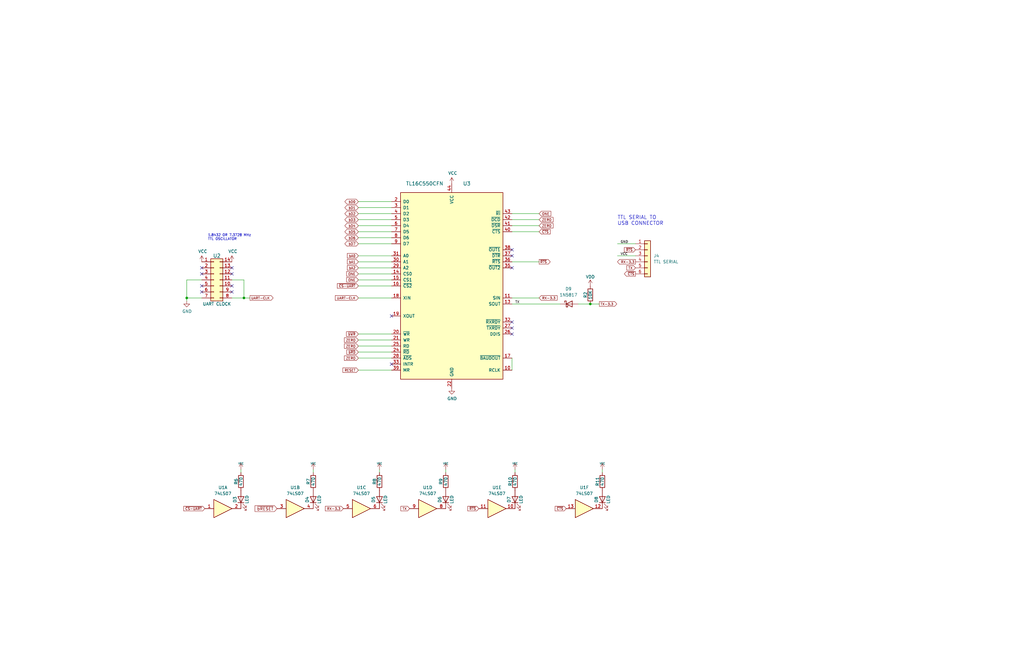
<source format=kicad_sch>
(kicad_sch (version 20211123) (generator eeschema)
  (paper "B")
  (lib_symbols
    (symbol "74xx:74LS07" (pin_names (offset 1.016))
      (property "Reference" "U" (at 0 1.27 0))
      (property "Value" "74LS07" (at 0 -1.27 0))
      (symbol "74LS07_1_0"
        (polyline (pts (xy -3.81 3.81) (xy -3.81 -3.81) (xy 3.81 0) (xy -3.81 3.81)) (stroke (width 0.254)) (fill (type background)))
        (pin input line (at -7.62 0 0) (length 3.81) (name "~") (number "1"))
        (pin open_collector line (at 7.62 0 180) (length 3.81) (name "~") (number "2"))
      )
      (symbol "74LS07_2_0"
        (polyline (pts (xy -3.81 3.81) (xy -3.81 -3.81) (xy 3.81 0) (xy -3.81 3.81)) (stroke (width 0.254)) (fill (type background)))
        (pin input line (at -7.62 0 0) (length 3.81) (name "~") (number "3"))
        (pin open_collector line (at 7.62 0 180) (length 3.81) (name "~") (number "4"))
      )
      (symbol "74LS07_3_0"
        (polyline (pts (xy -3.81 3.81) (xy -3.81 -3.81) (xy 3.81 0) (xy -3.81 3.81)) (stroke (width 0.254)) (fill (type background)))
        (pin input line (at -7.62 0 0) (length 3.81) (name "~") (number "5"))
        (pin open_collector line (at 7.62 0 180) (length 3.81) (name "~") (number "6"))
      )
      (symbol "74LS07_4_0"
        (polyline (pts (xy -3.81 3.81) (xy -3.81 -3.81) (xy 3.81 0) (xy -3.81 3.81)) (stroke (width 0.254)) (fill (type background)))
        (pin open_collector line (at 7.62 0 180) (length 3.81) (name "~") (number "8"))
        (pin input line (at -7.62 0 0) (length 3.81) (name "~") (number "9"))
      )
      (symbol "74LS07_5_0"
        (polyline (pts (xy -3.81 3.81) (xy -3.81 -3.81) (xy 3.81 0) (xy -3.81 3.81)) (stroke (width 0.254)) (fill (type background)))
        (pin open_collector line (at 7.62 0 180) (length 3.81) (name "~") (number "10"))
        (pin input line (at -7.62 0 0) (length 3.81) (name "~") (number "11"))
      )
      (symbol "74LS07_6_0"
        (polyline (pts (xy -3.81 3.81) (xy -3.81 -3.81) (xy 3.81 0) (xy -3.81 3.81)) (stroke (width 0.254)) (fill (type background)))
        (pin open_collector line (at 7.62 0 180) (length 3.81) (name "~") (number "12"))
        (pin input line (at -7.62 0 0) (length 3.81) (name "~") (number "13"))
      )
      (symbol "74LS07_7_0"
        (pin power_in line (at 0 12.7 270) (length 5.08) (name "VCC") (number "14"))
        (pin power_in line (at 0 -12.7 90) (length 5.08) (name "GND") (number "7"))
      )
      (symbol "74LS07_7_1"
        (rectangle (start -5.08 7.62) (end 5.08 -7.62) (stroke (width 0.254)) (fill (type background)))
      )
    )
    (symbol "Connector_Generic:Conn_01x06" (pin_names (offset 1.016) hide)
      (property "Reference" "J" (at 0 7.62 0))
      (property "Value" "Conn_01x06" (at 0 -10.16 0))
      (symbol "Conn_01x06_1_1"
        (rectangle (start -1.27 -7.493) (end 0 -7.747) (stroke (width 0.1524)))
        (rectangle (start -1.27 -4.953) (end 0 -5.207) (stroke (width 0.1524)))
        (rectangle (start -1.27 -2.413) (end 0 -2.667) (stroke (width 0.1524)))
        (rectangle (start -1.27 0.127) (end 0 -0.127) (stroke (width 0.1524)))
        (rectangle (start -1.27 2.667) (end 0 2.413) (stroke (width 0.1524)))
        (rectangle (start -1.27 5.207) (end 0 4.953) (stroke (width 0.1524)))
        (rectangle (start -1.27 6.35) (end 1.27 -8.89) (stroke (width 0.254)) (fill (type background)))
        (pin passive line (at -5.08 5.08 0) (length 3.81) (name "Pin_1") (number "1"))
        (pin passive line (at -5.08 2.54 0) (length 3.81) (name "Pin_2") (number "2"))
        (pin passive line (at -5.08 0 0) (length 3.81) (name "Pin_3") (number "3"))
        (pin passive line (at -5.08 -2.54 0) (length 3.81) (name "Pin_4") (number "4"))
        (pin passive line (at -5.08 -5.08 0) (length 3.81) (name "Pin_5") (number "5"))
        (pin passive line (at -5.08 -7.62 0) (length 3.81) (name "Pin_6") (number "6"))
      )
    )
    (symbol "Connector_Generic:Conn_02x07_Counter_Clockwise" (pin_names (offset 1.016) hide)
      (property "Reference" "J" (at 1.27 10.16 0))
      (property "Value" "Conn_02x07_Counter_Clockwise" (at 1.27 -10.16 0))
      (symbol "Conn_02x07_Counter_Clockwise_1_1"
        (rectangle (start -1.27 -7.493) (end 0 -7.747) (stroke (width 0.1524)))
        (rectangle (start -1.27 -4.953) (end 0 -5.207) (stroke (width 0.1524)))
        (rectangle (start -1.27 -2.413) (end 0 -2.667) (stroke (width 0.1524)))
        (rectangle (start -1.27 0.127) (end 0 -0.127) (stroke (width 0.1524)))
        (rectangle (start -1.27 2.667) (end 0 2.413) (stroke (width 0.1524)))
        (rectangle (start -1.27 5.207) (end 0 4.953) (stroke (width 0.1524)))
        (rectangle (start -1.27 7.747) (end 0 7.493) (stroke (width 0.1524)))
        (rectangle (start -1.27 8.89) (end 3.81 -8.89) (stroke (width 0.254)) (fill (type background)))
        (rectangle (start 3.81 -7.493) (end 2.54 -7.747) (stroke (width 0.1524)))
        (rectangle (start 3.81 -4.953) (end 2.54 -5.207) (stroke (width 0.1524)))
        (rectangle (start 3.81 -2.413) (end 2.54 -2.667) (stroke (width 0.1524)))
        (rectangle (start 3.81 0.127) (end 2.54 -0.127) (stroke (width 0.1524)))
        (rectangle (start 3.81 2.667) (end 2.54 2.413) (stroke (width 0.1524)))
        (rectangle (start 3.81 5.207) (end 2.54 4.953) (stroke (width 0.1524)))
        (rectangle (start 3.81 7.747) (end 2.54 7.493) (stroke (width 0.1524)))
        (pin passive line (at -5.08 7.62 0) (length 3.81) (name "Pin_1") (number "1"))
        (pin passive line (at 7.62 -2.54 180) (length 3.81) (name "Pin_10") (number "10"))
        (pin passive line (at 7.62 0 180) (length 3.81) (name "Pin_11") (number "11"))
        (pin passive line (at 7.62 2.54 180) (length 3.81) (name "Pin_12") (number "12"))
        (pin passive line (at 7.62 5.08 180) (length 3.81) (name "Pin_13") (number "13"))
        (pin passive line (at 7.62 7.62 180) (length 3.81) (name "Pin_14") (number "14"))
        (pin passive line (at -5.08 5.08 0) (length 3.81) (name "Pin_2") (number "2"))
        (pin passive line (at -5.08 2.54 0) (length 3.81) (name "Pin_3") (number "3"))
        (pin passive line (at -5.08 0 0) (length 3.81) (name "Pin_4") (number "4"))
        (pin passive line (at -5.08 -2.54 0) (length 3.81) (name "Pin_5") (number "5"))
        (pin passive line (at -5.08 -5.08 0) (length 3.81) (name "Pin_6") (number "6"))
        (pin passive line (at -5.08 -7.62 0) (length 3.81) (name "Pin_7") (number "7"))
        (pin passive line (at 7.62 -7.62 180) (length 3.81) (name "Pin_8") (number "8"))
        (pin passive line (at 7.62 -5.08 180) (length 3.81) (name "Pin_9") (number "9"))
      )
    )
    (symbol "Device:LED" (pin_numbers hide) (pin_names (offset 1.016) hide)
      (property "Reference" "D" (at 0 2.54 0))
      (property "Value" "LED" (at 0 -2.54 0))
      (symbol "LED_0_1"
        (polyline (pts (xy -1.27 -1.27) (xy -1.27 1.27)) (stroke (width 0.254)))
        (polyline (pts (xy -1.27 0) (xy 1.27 0)))
        (polyline (pts (xy 1.27 -1.27) (xy 1.27 1.27) (xy -1.27 0) (xy 1.27 -1.27)) (stroke (width 0.254)))
        (polyline (pts (xy -3.048 -0.762) (xy -4.572 -2.286) (xy -3.81 -2.286) (xy -4.572 -2.286) (xy -4.572 -1.524)))
        (polyline (pts (xy -1.778 -0.762) (xy -3.302 -2.286) (xy -2.54 -2.286) (xy -3.302 -2.286) (xy -3.302 -1.524)))
      )
      (symbol "LED_1_1"
        (pin passive line (at -3.81 0 0) (length 2.54) (name "K") (number "1"))
        (pin passive line (at 3.81 0 180) (length 2.54) (name "A") (number "2"))
      )
    )
    (symbol "Device:R" (pin_numbers hide) (pin_names (offset 0))
      (property "Reference" "R" (at 2.032 0 90))
      (property "Value" "R" (at 0 0 90))
      (symbol "R_0_1"
        (rectangle (start -1.016 -2.54) (end 1.016 2.54) (stroke (width 0.254)))
      )
      (symbol "R_1_1"
        (pin passive line (at 0 3.81 270) (length 1.27) (name "~") (number "1"))
        (pin passive line (at 0 -3.81 90) (length 1.27) (name "~") (number "2"))
      )
    )
    (symbol "Diode:1N5817" (pin_numbers hide) (pin_names (offset 1.016) hide)
      (property "Reference" "D" (at 0 2.54 0))
      (property "Value" "1N5817" (at 0 -2.54 0))
      (symbol "1N5817_0_1"
        (polyline (pts (xy 1.27 0) (xy -1.27 0)))
        (polyline (pts (xy 1.27 1.27) (xy 1.27 -1.27) (xy -1.27 0) (xy 1.27 1.27)) (stroke (width 0.254)))
        (polyline (pts (xy -1.905 0.635) (xy -1.905 1.27) (xy -1.27 1.27) (xy -1.27 -1.27) (xy -0.635 -1.27) (xy -0.635 -0.635)) (stroke (width 0.254)))
      )
      (symbol "1N5817_1_1"
        (pin passive line (at -3.81 0 0) (length 2.54) (name "K") (number "1"))
        (pin passive line (at 3.81 0 180) (length 2.54) (name "A") (number "2"))
      )
    )
    (symbol "TL16C550CFN:TL16C550CFN-Interface_UART" (pin_names (offset 1.016))
      (property "Reference" "U14" (at 6.35 43.18 0))
      (property "Value" "TL16C550CFN-Interface_UART" (at -11.43 43.18 0))
      (symbol "TL16C550CFN-Interface_UART_1_1"
        (rectangle (start -21.59 -39.37) (end 21.59 39.37) (stroke (width 0.254)) (fill (type background)))
        (pin no_connect line (at -13.97 -44.45 90) (length 5.08) hide (name "nc") (number "1"))
        (pin input line (at 25.4 -35.56 180) (length 3.81) (name "RCLK") (number "10"))
        (pin input line (at 25.4 -5.08 180) (length 3.81) (name "SIN") (number "11"))
        (pin no_connect line (at -11.43 -44.45 90) (length 5.08) hide (name "nc") (number "12"))
        (pin output line (at 25.4 -7.62 180) (length 3.81) (name "SOUT") (number "13"))
        (pin input line (at -25.4 5.08 0) (length 3.81) (name "CS0") (number "14"))
        (pin input line (at -25.4 2.54 0) (length 3.81) (name "CS1") (number "15"))
        (pin input line (at -25.4 0 0) (length 3.81) (name "~{CS2}") (number "16"))
        (pin output line (at 25.4 -30.48 180) (length 3.81) (name "~{BAUDOUT}") (number "17"))
        (pin input line (at -25.4 -5.08 0) (length 3.81) (name "XIN") (number "18"))
        (pin output line (at -25.4 -12.7 0) (length 3.81) (name "XOUT") (number "19"))
        (pin bidirectional line (at -25.4 35.56 0) (length 3.81) (name "D0") (number "2"))
        (pin input line (at -25.4 -20.32 0) (length 3.81) (name "~{WR}") (number "20"))
        (pin input line (at -25.4 -22.86 0) (length 3.81) (name "WR") (number "21"))
        (pin power_in line (at 0 -43.18 90) (length 3.81) (name "GND") (number "22"))
        (pin no_connect line (at -8.89 -44.45 90) (length 5.08) hide (name "nc") (number "23"))
        (pin input line (at -25.4 -27.94 0) (length 3.81) (name "~{RD}") (number "24"))
        (pin input line (at -25.4 -25.4 0) (length 3.81) (name "RD") (number "25"))
        (pin output line (at 25.4 -20.32 180) (length 3.81) (name "DDIS") (number "26"))
        (pin output line (at 25.4 -17.78 180) (length 3.81) (name "~{TXRDY}") (number "27"))
        (pin input line (at -25.4 -30.48 0) (length 3.81) (name "~{ADS}") (number "28"))
        (pin input line (at -25.4 7.62 0) (length 3.81) (name "A2") (number "29"))
        (pin bidirectional line (at -25.4 33.02 0) (length 3.81) (name "D1") (number "3"))
        (pin input line (at -25.4 10.16 0) (length 3.81) (name "A1") (number "30"))
        (pin input line (at -25.4 12.7 0) (length 3.81) (name "A0") (number "31"))
        (pin output line (at 25.4 -15.24 180) (length 3.81) (name "~{RXRDY}") (number "32"))
        (pin output line (at -25.4 -33.02 0) (length 3.81) (name "INTR") (number "33"))
        (pin no_connect line (at -6.35 -44.45 90) (length 5.08) hide (name "nc") (number "34"))
        (pin output line (at 25.4 7.62 180) (length 3.81) (name "~{OUT2}") (number "35"))
        (pin output line (at 25.4 10.16 180) (length 3.81) (name "~{RTS}") (number "36"))
        (pin output line (at 25.4 12.7 180) (length 3.81) (name "~{DTR}") (number "37"))
        (pin output line (at 25.4 15.24 180) (length 3.81) (name "~{OUT1}") (number "38"))
        (pin input line (at -25.4 -35.56 0) (length 3.81) (name "MR") (number "39"))
        (pin bidirectional line (at -25.4 30.48 0) (length 3.81) (name "D2") (number "4"))
        (pin input line (at 25.4 22.86 180) (length 3.81) (name "~{CTS}") (number "40"))
        (pin input line (at 25.4 25.4 180) (length 3.81) (name "~{DSR}") (number "41"))
        (pin input line (at 25.4 27.94 180) (length 3.81) (name "~{DCD}") (number "42"))
        (pin input line (at 25.4 30.48 180) (length 3.81) (name "~{RI}") (number "43"))
        (pin power_in line (at 0 43.18 270) (length 3.81) (name "VCC") (number "44"))
        (pin bidirectional line (at -25.4 27.94 0) (length 3.81) (name "D3") (number "5"))
        (pin bidirectional line (at -25.4 25.4 0) (length 3.81) (name "D4") (number "6"))
        (pin bidirectional line (at -25.4 22.86 0) (length 3.81) (name "D5") (number "7"))
        (pin bidirectional line (at -25.4 20.32 0) (length 3.81) (name "D6") (number "8"))
        (pin bidirectional line (at -25.4 17.78 0) (length 3.81) (name "D7") (number "9"))
      )
    )
    (symbol "power:GND" (power) (pin_names (offset 0))
      (property "Value" "GND" (at 0 -3.81 0))
      (symbol "GND_0_1"
        (polyline (pts (xy 0 0) (xy 0 -1.27) (xy 1.27 -1.27) (xy 0 -2.54) (xy -1.27 -1.27) (xy 0 -1.27)))
      )
      (symbol "GND_1_1"
        (pin power_in line (at 0 0 270) (length 0) hide (name "GND") (number "1"))
      )
    )
    (symbol "power:VCC" (power) (pin_names (offset 0))
      (property "Value" "VCC" (at 0 3.81 0))
      (symbol "VCC_0_1"
        (polyline (pts (xy -0.762 1.27) (xy 0 2.54)))
        (polyline (pts (xy 0 0) (xy 0 2.54)))
        (polyline (pts (xy 0 2.54) (xy 0.762 1.27)))
      )
      (symbol "VCC_1_1"
        (pin power_in line (at 0 0 90) (length 0) hide (name "VCC") (number "1"))
      )
    )
    (symbol "power:VDD" (power) (pin_names (offset 0))
      (property "Value" "VDD" (at 0 3.81 0))
      (symbol "VDD_0_1"
        (polyline (pts (xy -0.762 1.27) (xy 0 2.54)))
        (polyline (pts (xy 0 0) (xy 0 2.54)))
        (polyline (pts (xy 0 2.54) (xy 0.762 1.27)))
      )
      (symbol "VDD_1_1"
        (pin power_in line (at 0 0 90) (length 0) hide (name "VDD") (number "1"))
      )
    )
  )
  (junction (at 78.74 125.73))
  (junction (at 248.92 128.27))
  (junction (at 102.87 125.73))
  (no_connect (at 97.79 115.57))
  (no_connect (at 165.1 153.67))
  (no_connect (at 85.09 120.65))
  (no_connect (at 215.9 107.95))
  (no_connect (at 215.9 105.41))
  (no_connect (at 97.79 123.19))
  (no_connect (at 165.1 133.35))
  (no_connect (at 85.09 123.19))
  (no_connect (at 215.9 113.03))
  (no_connect (at 215.9 140.97))
  (no_connect (at 85.09 115.57))
  (no_connect (at 97.79 120.65))
  (no_connect (at 97.79 113.03))
  (no_connect (at 215.9 138.43))
  (no_connect (at 85.09 113.03))
  (no_connect (at 215.9 135.89))
  (wire (pts (xy 165.1 151.13) (xy 151.13 151.13)))
  (wire (pts (xy 78.74 118.11) (xy 78.74 125.73)))
  (wire (pts (xy 151.13 87.63) (xy 165.1 87.63)))
  (wire (pts (xy 85.09 118.11) (xy 78.74 118.11)))
  (wire (pts (xy 227.33 97.79) (xy 215.9 97.79)))
  (wire (pts (xy 187.96 199.39) (xy 187.96 198.12)))
  (wire (pts (xy 215.9 95.25) (xy 227.33 95.25)))
  (wire (pts (xy 215.9 128.27) (xy 236.22 128.27)))
  (wire (pts (xy 78.74 127) (xy 78.74 125.73)))
  (wire (pts (xy 260.35 107.95) (xy 267.97 107.95)))
  (wire (pts (xy 151.13 100.33) (xy 165.1 100.33)))
  (wire (pts (xy 254 199.39) (xy 254 198.12)))
  (wire (pts (xy 165.1 146.05) (xy 151.13 146.05)))
  (wire (pts (xy 102.87 125.73) (xy 105.41 125.73)))
  (wire (pts (xy 243.84 128.27) (xy 248.92 128.27)))
  (wire (pts (xy 160.02 199.39) (xy 160.02 198.12)))
  (wire (pts (xy 78.74 125.73) (xy 85.09 125.73)))
  (wire (pts (xy 165.1 120.65) (xy 151.13 120.65)))
  (wire (pts (xy 165.1 113.03) (xy 151.13 113.03)))
  (wire (pts (xy 102.87 118.11) (xy 102.87 125.73)))
  (wire (pts (xy 165.1 156.21) (xy 151.13 156.21)))
  (wire (pts (xy 151.13 92.71) (xy 165.1 92.71)))
  (wire (pts (xy 165.1 143.51) (xy 151.13 143.51)))
  (wire (pts (xy 165.1 115.57) (xy 151.13 115.57)))
  (wire (pts (xy 132.08 199.39) (xy 132.08 198.12)))
  (wire (pts (xy 151.13 90.17) (xy 165.1 90.17)))
  (wire (pts (xy 165.1 140.97) (xy 151.13 140.97)))
  (wire (pts (xy 215.9 90.17) (xy 227.33 90.17)))
  (wire (pts (xy 227.33 110.49) (xy 215.9 110.49)))
  (wire (pts (xy 151.13 85.09) (xy 165.1 85.09)))
  (wire (pts (xy 102.87 125.73) (xy 97.79 125.73)))
  (wire (pts (xy 165.1 118.11) (xy 151.13 118.11)))
  (wire (pts (xy 97.79 118.11) (xy 102.87 118.11)))
  (wire (pts (xy 215.9 92.71) (xy 227.33 92.71)))
  (wire (pts (xy 101.6 199.39) (xy 101.6 198.12)))
  (wire (pts (xy 260.35 102.87) (xy 267.97 102.87)))
  (wire (pts (xy 165.1 110.49) (xy 151.13 110.49)))
  (wire (pts (xy 248.92 128.27) (xy 252.73 128.27)))
  (wire (pts (xy 151.13 95.25) (xy 165.1 95.25)))
  (wire (pts (xy 217.17 199.39) (xy 217.17 198.12)))
  (wire (pts (xy 165.1 148.59) (xy 151.13 148.59)))
  (wire (pts (xy 165.1 125.73) (xy 151.13 125.73)))
  (wire (pts (xy 151.13 102.87) (xy 165.1 102.87)))
  (wire (pts (xy 151.13 97.79) (xy 165.1 97.79)))
  (wire (pts (xy 227.33 125.73) (xy 215.9 125.73)))
  (wire (pts (xy 215.9 156.21) (xy 215.9 151.13)))
  (wire (pts (xy 165.1 107.95) (xy 151.13 107.95)))
  (text "TTL SERIAL TO \nUSB CONNECTOR" (at 260.35 95.25 0) (effects (font (size 1.524 1.524)) (justify left bottom)))
  (text "1.8432 OR 7.3728 MHz\nTTL OSCILLATOR" (at 87.63 101.6 0) (effects (font (size 1.016 1.016)) (justify left bottom)))
  (label "VCC" (at 261.62 107.95 0) (effects (font (size 1.016 1.016))))
  (label "GND" (at 261.62 102.87 0) (effects (font (size 1.016 1.016))))
  (label "TX" (at 217.17 128.27 0) (effects (font (size 1.016 1.016))))
  (global_label "bA0" (shape input) (at 151.13 107.95 180) (effects (font (size 1.016 1.016))) (property "Intersheet References" "${INTERSHEET_REFS}" (effects hide)))
  (global_label "bD1" (shape bidirectional) (at 151.13 87.63 180) (effects (font (size 1.016 1.016))) (property "Intersheet References" "${INTERSHEET_REFS}" (effects hide)))
  (global_label "~{CTS}" (shape input) (at 227.33 97.79 0) (effects (font (size 1.016 1.016))) (property "Intersheet References" "${INTERSHEET_REFS}" (effects hide)))
  (global_label "TX" (shape input) (at 172.72 214.63 180) (effects (font (size 1.016 1.016))) (property "Intersheet References" "${INTERSHEET_REFS}" (effects hide)))
  (global_label "bD6" (shape bidirectional) (at 151.13 100.33 180) (effects (font (size 1.016 1.016))) (property "Intersheet References" "${INTERSHEET_REFS}" (effects hide)))
  (global_label "ZERO" (shape input) (at 151.13 151.13 180) (effects (font (size 1.016 1.016))) (property "Intersheet References" "${INTERSHEET_REFS}" (effects hide)))
  (global_label "ONE" (shape input) (at 151.13 115.57 180) (effects (font (size 1.016 1.016))) (property "Intersheet References" "${INTERSHEET_REFS}" (effects hide)))
  (global_label "~{CTS}" (shape output) (at 267.97 115.57 180) (effects (font (size 1.016 1.016))) (property "Intersheet References" "${INTERSHEET_REFS}" (effects hide)))
  (global_label "ZERO" (shape input) (at 227.33 92.71 0) (effects (font (size 1.016 1.016))) (property "Intersheet References" "${INTERSHEET_REFS}" (effects hide)))
  (global_label "RX-3.3" (shape input) (at 144.78 214.63 180) (effects (font (size 1.016 1.016))) (property "Intersheet References" "${INTERSHEET_REFS}" (effects hide)))
  (global_label "bD3" (shape bidirectional) (at 151.13 92.71 180) (effects (font (size 1.016 1.016))) (property "Intersheet References" "${INTERSHEET_REFS}" (effects hide)))
  (global_label "ZERO" (shape input) (at 151.13 146.05 180) (effects (font (size 1.016 1.016))) (property "Intersheet References" "${INTERSHEET_REFS}" (effects hide)))
  (global_label "~{CS-UART}" (shape input) (at 86.36 214.63 180) (effects (font (size 1.016 1.016))) (property "Intersheet References" "${INTERSHEET_REFS}" (effects hide)))
  (global_label "ZERO" (shape input) (at 151.13 143.51 180) (effects (font (size 1.016 1.016))) (property "Intersheet References" "${INTERSHEET_REFS}" (effects hide)))
  (global_label "bA2" (shape input) (at 151.13 113.03 180) (effects (font (size 1.016 1.016))) (property "Intersheet References" "${INTERSHEET_REFS}" (effects hide)))
  (global_label "~{RTS}" (shape input) (at 267.97 105.41 180) (effects (font (size 1.016 1.016))) (property "Intersheet References" "${INTERSHEET_REFS}" (effects hide)))
  (global_label "ONE" (shape input) (at 151.13 118.11 180) (effects (font (size 1.016 1.016))) (property "Intersheet References" "${INTERSHEET_REFS}" (effects hide)))
  (global_label "bA1" (shape input) (at 151.13 110.49 180) (effects (font (size 1.016 1.016))) (property "Intersheet References" "${INTERSHEET_REFS}" (effects hide)))
  (global_label "TX" (shape input) (at 267.97 113.03 180) (effects (font (size 1.016 1.016))) (property "Intersheet References" "${INTERSHEET_REFS}" (effects hide)))
  (global_label "RESET" (shape input) (at 151.13 156.21 180) (effects (font (size 1.016 1.016))) (property "Intersheet References" "${INTERSHEET_REFS}" (effects hide)))
  (global_label "UART-CLK" (shape input) (at 151.13 125.73 180) (effects (font (size 1.016 1.016))) (property "Intersheet References" "${INTERSHEET_REFS}" (effects hide)))
  (global_label "bD2" (shape bidirectional) (at 151.13 90.17 180) (effects (font (size 1.016 1.016))) (property "Intersheet References" "${INTERSHEET_REFS}" (effects hide)))
  (global_label "ONE" (shape input) (at 227.33 90.17 0) (effects (font (size 1.016 1.016))) (property "Intersheet References" "${INTERSHEET_REFS}" (effects hide)))
  (global_label "bD7" (shape bidirectional) (at 151.13 102.87 180) (effects (font (size 1.016 1.016))) (property "Intersheet References" "${INTERSHEET_REFS}" (effects hide)))
  (global_label "bD0" (shape bidirectional) (at 151.13 85.09 180) (effects (font (size 1.016 1.016))) (property "Intersheet References" "${INTERSHEET_REFS}" (effects hide)))
  (global_label "~{bWR}" (shape input) (at 151.13 140.97 180) (effects (font (size 1.016 1.016))) (property "Intersheet References" "${INTERSHEET_REFS}" (effects hide)))
  (global_label "TX-3.3" (shape output) (at 252.73 128.27 0) (effects (font (size 1.016 1.016))) (property "Intersheet References" "${INTERSHEET_REFS}" (effects hide)))
  (global_label "~{bRD}" (shape input) (at 151.13 148.59 180) (effects (font (size 1.016 1.016))) (property "Intersheet References" "${INTERSHEET_REFS}" (effects hide)))
  (global_label "RX-3.3" (shape output) (at 267.97 110.49 180) (effects (font (size 1.016 1.016))) (property "Intersheet References" "${INTERSHEET_REFS}" (effects hide)))
  (global_label "UART-CLK" (shape output) (at 105.41 125.73 0) (effects (font (size 1.016 1.016))) (property "Intersheet References" "${INTERSHEET_REFS}" (effects hide)))
  (global_label "~{CS-UART}" (shape input) (at 151.13 120.65 180) (effects (font (size 1.016 1.016))) (property "Intersheet References" "${INTERSHEET_REFS}" (effects hide)))
  (global_label "ZERO" (shape input) (at 227.33 95.25 0) (effects (font (size 1.016 1.016))) (property "Intersheet References" "${INTERSHEET_REFS}" (effects hide)))
  (global_label "bD5" (shape bidirectional) (at 151.13 97.79 180) (effects (font (size 1.016 1.016))) (property "Intersheet References" "${INTERSHEET_REFS}" (effects hide)))
  (global_label "~{RTS}" (shape output) (at 227.33 110.49 0) (effects (font (size 1.016 1.016))) (property "Intersheet References" "${INTERSHEET_REFS}" (effects hide)))
  (global_label "~{CTS}" (shape input) (at 238.76 214.63 180) (effects (font (size 1.016 1.016))) (property "Intersheet References" "${INTERSHEET_REFS}" (effects hide)))
  (global_label "RX-3.3" (shape input) (at 227.33 125.73 0) (effects (font (size 1.016 1.016))) (property "Intersheet References" "${INTERSHEET_REFS}" (effects hide)))
  (global_label "~{RTS}" (shape input) (at 201.93 214.63 180) (effects (font (size 1.016 1.016))) (property "Intersheet References" "${INTERSHEET_REFS}" (effects hide)))
  (global_label "~{bRESET}" (shape input) (at 116.84 214.63 180) (property "Intersheet References" "${INTERSHEET_REFS}" (effects hide)))
  (global_label "bD4" (shape bidirectional) (at 151.13 95.25 180) (effects (font (size 1.016 1.016))) (property "Intersheet References" "${INTERSHEET_REFS}" (effects hide)))
  (symbol (lib_id "TL16C550CFN:TL16C550CFN-Interface_UART") (at 190.5 120.65 0) (unit 1)
    (property "Reference" "U3" (at 196.85 77.47 0) (effects (font (size 1.524 1.524))))
    (property "Value" "TL16C550CFN" (at 179.07 77.47 0) (effects (font (size 1.524 1.524))))
    (property "Footprint" "Package_LCC:PLCC-44_THT-Socket" (effects hide))
  )
  (symbol (lib_id "Connector_Generic:Conn_02x07_Counter_Clockwise") (at 90.17 118.11 0) (unit 1)
    (property "Reference" "U2" (at 91.44 107.95 0) (effects (font (size 1.524 1.524))))
    (property "Value" "UART CLOCK" (at 91.44 128.27 0))
    (property "Footprint" "Package_DIP:DIP-14_W7.62mm_Socket" (effects hide))
  )
  (symbol (lib_id "power:GND") (at 78.74 127 0) (unit 1)
    (property "Reference" "#PWR0103" (effects hide))
    (property "Value" "GND" (at 78.867 131.3942 0))
  )
  (symbol (lib_id "power:VCC") (at 85.09 110.49 0) (unit 1)
    (property "Reference" "#PWR0101" (effects hide))
    (property "Value" "VCC" (at 85.471 106.0958 0))
  )
  (symbol (lib_id "power:VCC") (at 97.79 110.49 0) (unit 1)
    (property "Reference" "#PWR0102" (effects hide))
    (property "Value" "VCC" (at 98.171 106.0958 0))
  )
  (symbol (lib_id "power:VCC") (at 190.5 77.47 0) (unit 1)
    (property "Reference" "#PWR012" (effects hide))
    (property "Value" "VCC" (at 190.881 73.0758 0))
  )
  (symbol (lib_id "power:GND") (at 190.5 163.83 0) (unit 1)
    (property "Reference" "#PWR015" (effects hide))
    (property "Value" "GND" (at 190.627 168.2242 0))
  )
  (symbol (lib_id "Device:R") (at 160.02 203.2 180) (unit 1)
    (property "Reference" "R8" (at 157.988 203.2 90))
    (property "Value" "470" (at 160.02 203.2 90))
    (property "Footprint" "Resistor_THT:R_Axial_DIN0207_L6.3mm_D2.5mm_P7.62mm_Horizontal" (effects hide))
  )
  (symbol (lib_id "74xx:74LS07") (at 124.46 214.63 0) (unit 2)
    (property "Reference" "U1" (at 124.46 205.74 0))
    (property "Value" "74LS07" (at 124.46 208.28 0))
    (property "Footprint" "Package_DIP:DIP-14_W7.62mm_Socket" (effects hide))
    (property "Datasheet" "www.ti.com/lit/ds/symlink/sn74ls07.pdf" (effects hide))
  )
  (symbol (lib_id "power:VCC") (at 254 198.12 0) (unit 1)
    (property "Reference" "#PWR018" (effects hide))
    (property "Value" "VCC" (at 254 195.58 0) (effects (font (size 0.762 0.762))))
  )
  (symbol (lib_id "Device:R") (at 217.17 203.2 180) (unit 1)
    (property "Reference" "R10" (at 215.138 203.2 90))
    (property "Value" "470" (at 217.17 203.2 90))
    (property "Footprint" "Resistor_THT:R_Axial_DIN0207_L6.3mm_D2.5mm_P7.62mm_Horizontal" (effects hide))
  )
  (symbol (lib_id "power:VCC") (at 217.17 198.12 0) (unit 1)
    (property "Reference" "#PWR017" (effects hide))
    (property "Value" "VCC" (at 217.17 195.58 0) (effects (font (size 0.762 0.762))))
  )
  (symbol (lib_id "74xx:74LS07") (at 93.98 214.63 0) (unit 1)
    (property "Reference" "U1" (at 93.98 205.74 0))
    (property "Value" "74LS07" (at 93.98 208.28 0))
    (property "Footprint" "Package_DIP:DIP-14_W7.62mm_Socket" (effects hide))
    (property "Datasheet" "www.ti.com/lit/ds/symlink/sn74ls07.pdf" (effects hide))
  )
  (symbol (lib_id "Device:R") (at 187.96 203.2 180) (unit 1)
    (property "Reference" "R9" (at 185.928 203.2 90))
    (property "Value" "470" (at 187.96 203.2 90))
    (property "Footprint" "Resistor_THT:R_Axial_DIN0207_L6.3mm_D2.5mm_P7.62mm_Horizontal" (effects hide))
  )
  (symbol (lib_id "Device:LED") (at 101.6 210.82 90) (unit 1)
    (property "Reference" "D3" (at 99.06 210.82 0))
    (property "Value" "LED" (at 104.14 210.82 0))
    (property "Footprint" "LED_THT:LED_D3.0mm_Horizontal_O3.81mm_Z2.0mm" (effects hide))
  )
  (symbol (lib_id "74xx:74LS07") (at 246.38 214.63 0) (unit 6)
    (property "Reference" "U1" (at 246.38 205.74 0))
    (property "Value" "74LS07" (at 246.38 208.28 0))
    (property "Footprint" "Package_DIP:DIP-14_W7.62mm_Socket" (effects hide))
    (property "Datasheet" "www.ti.com/lit/ds/symlink/sn74ls07.pdf" (effects hide))
  )
  (symbol (lib_id "power:VDD") (at 248.92 120.65 0) (unit 1)
    (property "Reference" "#PWR013" (effects hide))
    (property "Value" "VDD" (at 248.92 116.84 0))
  )
  (symbol (lib_id "Device:R") (at 132.08 203.2 180) (unit 1)
    (property "Reference" "R7" (at 130.048 203.2 90))
    (property "Value" "470" (at 132.08 203.2 90))
    (property "Footprint" "Resistor_THT:R_Axial_DIN0207_L6.3mm_D2.5mm_P7.62mm_Horizontal" (effects hide))
  )
  (symbol (lib_id "Device:LED") (at 187.96 210.82 90) (unit 1)
    (property "Reference" "D6" (at 185.42 210.82 0))
    (property "Value" "LED" (at 190.5 210.82 0))
    (property "Footprint" "LED_THT:LED_D3.0mm_Horizontal_O3.81mm_Z2.0mm" (effects hide))
  )
  (symbol (lib_id "power:VCC") (at 160.02 198.12 0) (unit 1)
    (property "Reference" "#PWR011" (effects hide))
    (property "Value" "VCC" (at 160.02 195.58 0) (effects (font (size 0.762 0.762))))
  )
  (symbol (lib_id "power:VCC") (at 101.6 198.12 0) (unit 1)
    (property "Reference" "#PWR09" (effects hide))
    (property "Value" "VCC" (at 101.6 195.58 0) (effects (font (size 0.762 0.762))))
  )
  (symbol (lib_id "Device:LED") (at 160.02 210.82 90) (unit 1)
    (property "Reference" "D5" (at 157.48 210.82 0))
    (property "Value" "LED" (at 162.56 210.82 0))
    (property "Footprint" "LED_THT:LED_D3.0mm_Horizontal_O3.81mm_Z2.0mm" (effects hide))
  )
  (symbol (lib_id "Device:R") (at 248.92 124.46 180) (unit 1)
    (property "Reference" "R2" (at 246.888 124.46 90))
    (property "Value" "10K" (at 248.92 124.46 90))
    (property "Footprint" "Resistor_THT:R_Axial_DIN0207_L6.3mm_D2.5mm_P7.62mm_Horizontal" (effects hide))
  )
  (symbol (lib_id "74xx:74LS07") (at 209.55 214.63 0) (unit 5)
    (property "Reference" "U1" (at 209.55 205.74 0))
    (property "Value" "74LS07" (at 209.55 208.28 0))
    (property "Footprint" "Package_DIP:DIP-14_W7.62mm_Socket" (effects hide))
    (property "Datasheet" "www.ti.com/lit/ds/symlink/sn74ls07.pdf" (effects hide))
  )
  (symbol (lib_id "Diode:1N5817") (at 240.03 128.27 0) (unit 1)
    (property "Reference" "D9" (at 239.7125 121.92 0))
    (property "Value" "1N5817" (at 239.7125 124.46 0))
    (property "Footprint" "Diode_THT:D_DO-41_SOD81_P10.16mm_Horizontal" (effects hide))
    (property "Datasheet" "http://www.vishay.com/docs/88525/1n5817.pdf" (effects hide))
  )
  (symbol (lib_id "power:VCC") (at 187.96 198.12 0) (unit 1)
    (property "Reference" "#PWR014" (effects hide))
    (property "Value" "VCC" (at 187.96 195.58 0) (effects (font (size 0.762 0.762))))
  )
  (symbol (lib_id "power:VCC") (at 132.08 198.12 0) (unit 1)
    (property "Reference" "#PWR010" (effects hide))
    (property "Value" "VCC" (at 132.08 195.58 0) (effects (font (size 0.762 0.762))))
  )
  (symbol (lib_id "74xx:74LS07") (at 152.4 214.63 0) (unit 3)
    (property "Reference" "U1" (at 152.4 205.74 0))
    (property "Value" "74LS07" (at 152.4 208.28 0))
    (property "Footprint" "Package_DIP:DIP-14_W7.62mm_Socket" (effects hide))
    (property "Datasheet" "www.ti.com/lit/ds/symlink/sn74ls07.pdf" (effects hide))
  )
  (symbol (lib_id "Device:LED") (at 132.08 210.82 90) (unit 1)
    (property "Reference" "D4" (at 129.54 210.82 0))
    (property "Value" "LED" (at 134.62 210.82 0))
    (property "Footprint" "LED_THT:LED_D3.0mm_Horizontal_O3.81mm_Z2.0mm" (effects hide))
  )
  (symbol (lib_id "Device:R") (at 101.6 203.2 180) (unit 1)
    (property "Reference" "R6" (at 99.568 203.2 90))
    (property "Value" "470" (at 101.6 203.2 90))
    (property "Footprint" "Resistor_THT:R_Axial_DIN0207_L6.3mm_D2.5mm_P7.62mm_Horizontal" (effects hide))
  )
  (symbol (lib_id "Device:R") (at 254 203.2 180) (unit 1)
    (property "Reference" "R11" (at 251.968 203.2 90))
    (property "Value" "470" (at 254 203.2 90))
    (property "Footprint" "Resistor_THT:R_Axial_DIN0207_L6.3mm_D2.5mm_P7.62mm_Horizontal" (effects hide))
  )
  (symbol (lib_id "74xx:74LS07") (at 180.34 214.63 0) (unit 4)
    (property "Reference" "U1" (at 180.34 205.74 0))
    (property "Value" "74LS07" (at 180.34 208.28 0))
    (property "Footprint" "Package_DIP:DIP-14_W7.62mm_Socket" (effects hide))
    (property "Datasheet" "www.ti.com/lit/ds/symlink/sn74ls07.pdf" (effects hide))
  )
  (symbol (lib_id "Device:LED") (at 217.17 210.82 90) (unit 1)
    (property "Reference" "D7" (at 214.63 210.82 0))
    (property "Value" "LED" (at 219.71 210.82 0))
    (property "Footprint" "LED_THT:LED_D3.0mm_Horizontal_O3.81mm_Z2.0mm" (effects hide))
  )
  (symbol (lib_id "Connector_Generic:Conn_01x06") (at 273.05 107.95 0) (unit 1)
    (property "Reference" "J4" (at 275.59 107.9499 0) (effects (justify left)))
    (property "Value" "TTL SERIAL" (at 275.59 110.4899 0) (effects (justify left)))
    (property "Footprint" "Connector_PinHeader_2.54mm:PinHeader_1x06_P2.54mm_Horizontal" (effects hide))
  )
  (symbol (lib_id "Device:LED") (at 254 210.82 90) (unit 1)
    (property "Reference" "D8" (at 251.46 210.82 0))
    (property "Value" "LED" (at 256.54 210.82 0))
    (property "Footprint" "LED_THT:LED_D3.0mm_Horizontal_O3.81mm_Z2.0mm" (effects hide))
  )
)
</source>
